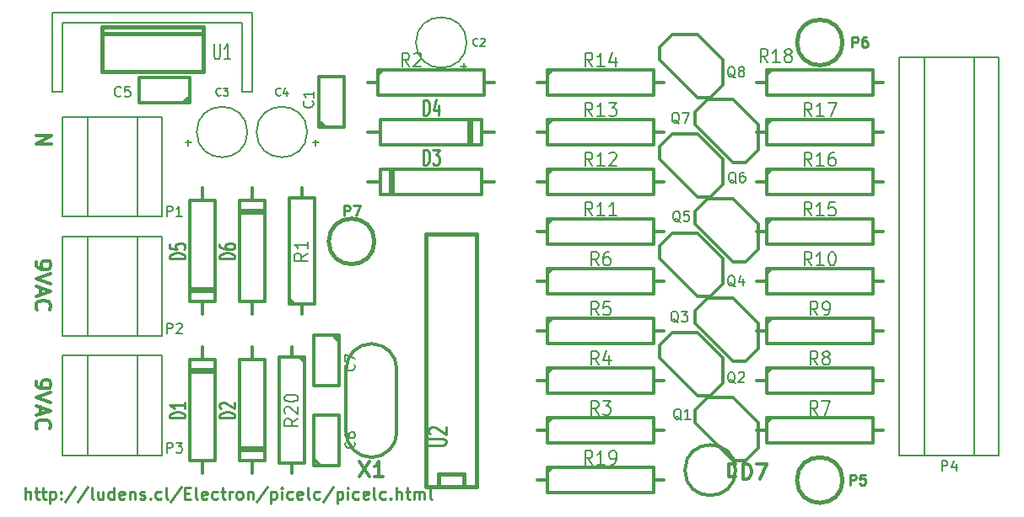
<source format=gto>
%FSLAX34Y34*%
G04 Gerber Fmt 3.4, Leading zero omitted, Abs format*
G04 (created by PCBNEW (2014-01-29 BZR 4647)-product) date 30/01/2014 22:34:09*
%MOIN*%
G01*
G70*
G90*
G04 APERTURE LIST*
%ADD10C,0.005906*%
%ADD11C,0.009843*%
%ADD12C,0.011811*%
%ADD13C,0.012000*%
%ADD14C,0.012500*%
%ADD15C,0.005000*%
%ADD16C,0.015000*%
%ADD17C,0.008000*%
%ADD18C,0.010000*%
%ADD19C,0.007500*%
%ADD20C,0.011250*%
G04 APERTURE END LIST*
G54D10*
G54D11*
X506Y416D02*
X506Y888D01*
X708Y416D02*
X708Y663D01*
X686Y708D01*
X641Y731D01*
X573Y731D01*
X528Y708D01*
X506Y686D01*
X866Y731D02*
X1046Y731D01*
X933Y888D02*
X933Y483D01*
X956Y438D01*
X1001Y416D01*
X1046Y416D01*
X1136Y731D02*
X1316Y731D01*
X1203Y888D02*
X1203Y483D01*
X1226Y438D01*
X1271Y416D01*
X1316Y416D01*
X1473Y731D02*
X1473Y258D01*
X1473Y708D02*
X1518Y731D01*
X1608Y731D01*
X1653Y708D01*
X1676Y686D01*
X1698Y641D01*
X1698Y506D01*
X1676Y461D01*
X1653Y438D01*
X1608Y416D01*
X1518Y416D01*
X1473Y438D01*
X1901Y461D02*
X1923Y438D01*
X1901Y416D01*
X1878Y438D01*
X1901Y461D01*
X1901Y416D01*
X1901Y708D02*
X1923Y686D01*
X1901Y663D01*
X1878Y686D01*
X1901Y708D01*
X1901Y663D01*
X2463Y911D02*
X2058Y303D01*
X2958Y911D02*
X2553Y303D01*
X3183Y416D02*
X3138Y438D01*
X3115Y483D01*
X3115Y888D01*
X3565Y731D02*
X3565Y416D01*
X3363Y731D02*
X3363Y483D01*
X3385Y438D01*
X3430Y416D01*
X3498Y416D01*
X3543Y438D01*
X3565Y461D01*
X3993Y416D02*
X3993Y888D01*
X3993Y438D02*
X3948Y416D01*
X3858Y416D01*
X3813Y438D01*
X3790Y461D01*
X3768Y506D01*
X3768Y641D01*
X3790Y686D01*
X3813Y708D01*
X3858Y731D01*
X3948Y731D01*
X3993Y708D01*
X4398Y438D02*
X4353Y416D01*
X4263Y416D01*
X4218Y438D01*
X4195Y483D01*
X4195Y663D01*
X4218Y708D01*
X4263Y731D01*
X4353Y731D01*
X4398Y708D01*
X4420Y663D01*
X4420Y618D01*
X4195Y573D01*
X4623Y731D02*
X4623Y416D01*
X4623Y686D02*
X4645Y708D01*
X4690Y731D01*
X4758Y731D01*
X4803Y708D01*
X4825Y663D01*
X4825Y416D01*
X5028Y438D02*
X5073Y416D01*
X5163Y416D01*
X5208Y438D01*
X5230Y483D01*
X5230Y506D01*
X5208Y551D01*
X5163Y573D01*
X5095Y573D01*
X5050Y596D01*
X5028Y641D01*
X5028Y663D01*
X5050Y708D01*
X5095Y731D01*
X5163Y731D01*
X5208Y708D01*
X5433Y461D02*
X5455Y438D01*
X5433Y416D01*
X5410Y438D01*
X5433Y461D01*
X5433Y416D01*
X5860Y438D02*
X5815Y416D01*
X5725Y416D01*
X5680Y438D01*
X5658Y461D01*
X5635Y506D01*
X5635Y641D01*
X5658Y686D01*
X5680Y708D01*
X5725Y731D01*
X5815Y731D01*
X5860Y708D01*
X6130Y416D02*
X6085Y438D01*
X6062Y483D01*
X6062Y888D01*
X6647Y911D02*
X6242Y303D01*
X6805Y663D02*
X6962Y663D01*
X7030Y416D02*
X6805Y416D01*
X6805Y888D01*
X7030Y888D01*
X7300Y416D02*
X7255Y438D01*
X7232Y483D01*
X7232Y888D01*
X7660Y438D02*
X7615Y416D01*
X7525Y416D01*
X7480Y438D01*
X7457Y483D01*
X7457Y663D01*
X7480Y708D01*
X7525Y731D01*
X7615Y731D01*
X7660Y708D01*
X7682Y663D01*
X7682Y618D01*
X7457Y573D01*
X8087Y438D02*
X8042Y416D01*
X7952Y416D01*
X7907Y438D01*
X7885Y461D01*
X7862Y506D01*
X7862Y641D01*
X7885Y686D01*
X7907Y708D01*
X7952Y731D01*
X8042Y731D01*
X8087Y708D01*
X8222Y731D02*
X8402Y731D01*
X8290Y888D02*
X8290Y483D01*
X8312Y438D01*
X8357Y416D01*
X8402Y416D01*
X8560Y416D02*
X8560Y731D01*
X8560Y641D02*
X8582Y686D01*
X8605Y708D01*
X8650Y731D01*
X8695Y731D01*
X8920Y416D02*
X8875Y438D01*
X8852Y461D01*
X8830Y506D01*
X8830Y641D01*
X8852Y686D01*
X8875Y708D01*
X8920Y731D01*
X8987Y731D01*
X9032Y708D01*
X9055Y686D01*
X9077Y641D01*
X9077Y506D01*
X9055Y461D01*
X9032Y438D01*
X8987Y416D01*
X8920Y416D01*
X9280Y731D02*
X9280Y416D01*
X9280Y686D02*
X9302Y708D01*
X9347Y731D01*
X9415Y731D01*
X9460Y708D01*
X9482Y663D01*
X9482Y416D01*
X10044Y911D02*
X9640Y303D01*
X10202Y731D02*
X10202Y258D01*
X10202Y708D02*
X10247Y731D01*
X10337Y731D01*
X10382Y708D01*
X10404Y686D01*
X10427Y641D01*
X10427Y506D01*
X10404Y461D01*
X10382Y438D01*
X10337Y416D01*
X10247Y416D01*
X10202Y438D01*
X10629Y416D02*
X10629Y731D01*
X10629Y888D02*
X10607Y866D01*
X10629Y843D01*
X10652Y866D01*
X10629Y888D01*
X10629Y843D01*
X11057Y438D02*
X11012Y416D01*
X10922Y416D01*
X10877Y438D01*
X10854Y461D01*
X10832Y506D01*
X10832Y641D01*
X10854Y686D01*
X10877Y708D01*
X10922Y731D01*
X11012Y731D01*
X11057Y708D01*
X11439Y438D02*
X11394Y416D01*
X11304Y416D01*
X11259Y438D01*
X11237Y483D01*
X11237Y663D01*
X11259Y708D01*
X11304Y731D01*
X11394Y731D01*
X11439Y708D01*
X11462Y663D01*
X11462Y618D01*
X11237Y573D01*
X11732Y416D02*
X11687Y438D01*
X11664Y483D01*
X11664Y888D01*
X12114Y438D02*
X12069Y416D01*
X11979Y416D01*
X11934Y438D01*
X11912Y461D01*
X11889Y506D01*
X11889Y641D01*
X11912Y686D01*
X11934Y708D01*
X11979Y731D01*
X12069Y731D01*
X12114Y708D01*
X12654Y911D02*
X12249Y303D01*
X12812Y731D02*
X12812Y258D01*
X12812Y708D02*
X12857Y731D01*
X12947Y731D01*
X12992Y708D01*
X13014Y686D01*
X13037Y641D01*
X13037Y506D01*
X13014Y461D01*
X12992Y438D01*
X12947Y416D01*
X12857Y416D01*
X12812Y438D01*
X13239Y416D02*
X13239Y731D01*
X13239Y888D02*
X13217Y866D01*
X13239Y843D01*
X13262Y866D01*
X13239Y888D01*
X13239Y843D01*
X13667Y438D02*
X13622Y416D01*
X13532Y416D01*
X13487Y438D01*
X13464Y461D01*
X13442Y506D01*
X13442Y641D01*
X13464Y686D01*
X13487Y708D01*
X13532Y731D01*
X13622Y731D01*
X13667Y708D01*
X14049Y438D02*
X14004Y416D01*
X13914Y416D01*
X13869Y438D01*
X13847Y483D01*
X13847Y663D01*
X13869Y708D01*
X13914Y731D01*
X14004Y731D01*
X14049Y708D01*
X14071Y663D01*
X14071Y618D01*
X13847Y573D01*
X14341Y416D02*
X14296Y438D01*
X14274Y483D01*
X14274Y888D01*
X14724Y438D02*
X14679Y416D01*
X14589Y416D01*
X14544Y438D01*
X14521Y461D01*
X14499Y506D01*
X14499Y641D01*
X14521Y686D01*
X14544Y708D01*
X14589Y731D01*
X14679Y731D01*
X14724Y708D01*
X14926Y461D02*
X14949Y438D01*
X14926Y416D01*
X14904Y438D01*
X14926Y461D01*
X14926Y416D01*
X15151Y416D02*
X15151Y888D01*
X15354Y416D02*
X15354Y663D01*
X15331Y708D01*
X15286Y731D01*
X15219Y731D01*
X15174Y708D01*
X15151Y686D01*
X15511Y731D02*
X15691Y731D01*
X15579Y888D02*
X15579Y483D01*
X15601Y438D01*
X15646Y416D01*
X15691Y416D01*
X15849Y416D02*
X15849Y731D01*
X15849Y686D02*
X15871Y708D01*
X15916Y731D01*
X15984Y731D01*
X16029Y708D01*
X16051Y663D01*
X16051Y416D01*
X16051Y663D02*
X16074Y708D01*
X16119Y731D01*
X16186Y731D01*
X16231Y708D01*
X16254Y663D01*
X16254Y416D01*
X16546Y416D02*
X16501Y438D01*
X16479Y483D01*
X16479Y888D01*
G54D12*
X913Y5087D02*
X913Y4974D01*
X942Y4918D01*
X970Y4890D01*
X1054Y4834D01*
X1167Y4805D01*
X1392Y4805D01*
X1448Y4834D01*
X1476Y4862D01*
X1504Y4918D01*
X1504Y5030D01*
X1476Y5087D01*
X1448Y5115D01*
X1392Y5143D01*
X1251Y5143D01*
X1195Y5115D01*
X1167Y5087D01*
X1138Y5030D01*
X1138Y4918D01*
X1167Y4862D01*
X1195Y4834D01*
X1251Y4805D01*
X1504Y4637D02*
X913Y4440D01*
X1504Y4243D01*
X1082Y4074D02*
X1082Y3793D01*
X913Y4131D02*
X1504Y3934D01*
X913Y3737D01*
X970Y3203D02*
X942Y3231D01*
X913Y3315D01*
X913Y3371D01*
X942Y3456D01*
X998Y3512D01*
X1054Y3540D01*
X1167Y3568D01*
X1251Y3568D01*
X1363Y3540D01*
X1420Y3512D01*
X1476Y3456D01*
X1504Y3371D01*
X1504Y3315D01*
X1476Y3231D01*
X1448Y3203D01*
X913Y9811D02*
X913Y9699D01*
X942Y9642D01*
X970Y9614D01*
X1054Y9558D01*
X1167Y9530D01*
X1392Y9530D01*
X1448Y9558D01*
X1476Y9586D01*
X1504Y9642D01*
X1504Y9755D01*
X1476Y9811D01*
X1448Y9839D01*
X1392Y9867D01*
X1251Y9867D01*
X1195Y9839D01*
X1167Y9811D01*
X1138Y9755D01*
X1138Y9642D01*
X1167Y9586D01*
X1195Y9558D01*
X1251Y9530D01*
X1504Y9361D02*
X913Y9164D01*
X1504Y8967D01*
X1082Y8799D02*
X1082Y8517D01*
X913Y8855D02*
X1504Y8658D01*
X913Y8461D01*
X970Y7927D02*
X942Y7955D01*
X913Y8039D01*
X913Y8096D01*
X942Y8180D01*
X998Y8236D01*
X1054Y8264D01*
X1167Y8293D01*
X1251Y8293D01*
X1363Y8264D01*
X1420Y8236D01*
X1476Y8180D01*
X1504Y8096D01*
X1504Y8039D01*
X1476Y7955D01*
X1448Y7927D01*
X1526Y14476D02*
X936Y14476D01*
X1526Y14814D01*
X936Y14814D01*
G54D13*
X29389Y3149D02*
X29789Y3149D01*
X34389Y3149D02*
X33989Y3149D01*
X33989Y3649D02*
X33989Y2649D01*
X33989Y2649D02*
X29789Y2649D01*
X29789Y2649D02*
X29789Y3649D01*
X29789Y3649D02*
X33989Y3649D01*
X29789Y3449D02*
X29989Y3649D01*
X20728Y1181D02*
X21128Y1181D01*
X25728Y1181D02*
X25328Y1181D01*
X25328Y1681D02*
X25328Y681D01*
X25328Y681D02*
X21128Y681D01*
X21128Y681D02*
X21128Y1681D01*
X21128Y1681D02*
X25328Y1681D01*
X21128Y1481D02*
X21328Y1681D01*
X20728Y9055D02*
X21128Y9055D01*
X25728Y9055D02*
X25328Y9055D01*
X25328Y9555D02*
X25328Y8555D01*
X25328Y8555D02*
X21128Y8555D01*
X21128Y8555D02*
X21128Y9555D01*
X21128Y9555D02*
X25328Y9555D01*
X21128Y9355D02*
X21328Y9555D01*
X14035Y16929D02*
X14435Y16929D01*
X19035Y16929D02*
X18635Y16929D01*
X18635Y17429D02*
X18635Y16429D01*
X18635Y16429D02*
X14435Y16429D01*
X14435Y16429D02*
X14435Y17429D01*
X14435Y17429D02*
X18635Y17429D01*
X14435Y17229D02*
X14635Y17429D01*
X20728Y3149D02*
X21128Y3149D01*
X25728Y3149D02*
X25328Y3149D01*
X25328Y3649D02*
X25328Y2649D01*
X25328Y2649D02*
X21128Y2649D01*
X21128Y2649D02*
X21128Y3649D01*
X21128Y3649D02*
X25328Y3649D01*
X21128Y3449D02*
X21328Y3649D01*
X29389Y7086D02*
X29789Y7086D01*
X34389Y7086D02*
X33989Y7086D01*
X33989Y7586D02*
X33989Y6586D01*
X33989Y6586D02*
X29789Y6586D01*
X29789Y6586D02*
X29789Y7586D01*
X29789Y7586D02*
X33989Y7586D01*
X29789Y7386D02*
X29989Y7586D01*
X20728Y5118D02*
X21128Y5118D01*
X25728Y5118D02*
X25328Y5118D01*
X25328Y5618D02*
X25328Y4618D01*
X25328Y4618D02*
X21128Y4618D01*
X21128Y4618D02*
X21128Y5618D01*
X21128Y5618D02*
X25328Y5618D01*
X21128Y5418D02*
X21328Y5618D01*
X29389Y5118D02*
X29789Y5118D01*
X34389Y5118D02*
X33989Y5118D01*
X33989Y5618D02*
X33989Y4618D01*
X33989Y4618D02*
X29789Y4618D01*
X29789Y4618D02*
X29789Y5618D01*
X29789Y5618D02*
X33989Y5618D01*
X29789Y5418D02*
X29989Y5618D01*
X20728Y7086D02*
X21128Y7086D01*
X25728Y7086D02*
X25328Y7086D01*
X25328Y7586D02*
X25328Y6586D01*
X25328Y6586D02*
X21128Y6586D01*
X21128Y6586D02*
X21128Y7586D01*
X21128Y7586D02*
X25328Y7586D01*
X21128Y7386D02*
X21328Y7586D01*
X29389Y9055D02*
X29789Y9055D01*
X34389Y9055D02*
X33989Y9055D01*
X33989Y9555D02*
X33989Y8555D01*
X33989Y8555D02*
X29789Y8555D01*
X29789Y8555D02*
X29789Y9555D01*
X29789Y9555D02*
X33989Y9555D01*
X29789Y9355D02*
X29989Y9555D01*
X20728Y11023D02*
X21128Y11023D01*
X25728Y11023D02*
X25328Y11023D01*
X25328Y11523D02*
X25328Y10523D01*
X25328Y10523D02*
X21128Y10523D01*
X21128Y10523D02*
X21128Y11523D01*
X21128Y11523D02*
X25328Y11523D01*
X21128Y11323D02*
X21328Y11523D01*
X29389Y11023D02*
X29789Y11023D01*
X34389Y11023D02*
X33989Y11023D01*
X33989Y11523D02*
X33989Y10523D01*
X33989Y10523D02*
X29789Y10523D01*
X29789Y10523D02*
X29789Y11523D01*
X29789Y11523D02*
X33989Y11523D01*
X29789Y11323D02*
X29989Y11523D01*
X11417Y7736D02*
X11417Y8136D01*
X11417Y12736D02*
X11417Y12336D01*
X10917Y12336D02*
X11917Y12336D01*
X11917Y12336D02*
X11917Y8136D01*
X11917Y8136D02*
X10917Y8136D01*
X10917Y8136D02*
X10917Y12336D01*
X11117Y8136D02*
X10917Y8336D01*
X20728Y12992D02*
X21128Y12992D01*
X25728Y12992D02*
X25328Y12992D01*
X25328Y13492D02*
X25328Y12492D01*
X25328Y12492D02*
X21128Y12492D01*
X21128Y12492D02*
X21128Y13492D01*
X21128Y13492D02*
X25328Y13492D01*
X21128Y13292D02*
X21328Y13492D01*
X29389Y12992D02*
X29789Y12992D01*
X34389Y12992D02*
X33989Y12992D01*
X33989Y13492D02*
X33989Y12492D01*
X33989Y12492D02*
X29789Y12492D01*
X29789Y12492D02*
X29789Y13492D01*
X29789Y13492D02*
X33989Y13492D01*
X29789Y13292D02*
X29989Y13492D01*
X20728Y14960D02*
X21128Y14960D01*
X25728Y14960D02*
X25328Y14960D01*
X25328Y15460D02*
X25328Y14460D01*
X25328Y14460D02*
X21128Y14460D01*
X21128Y14460D02*
X21128Y15460D01*
X21128Y15460D02*
X25328Y15460D01*
X21128Y15260D02*
X21328Y15460D01*
X29389Y14960D02*
X29789Y14960D01*
X34389Y14960D02*
X33989Y14960D01*
X33989Y15460D02*
X33989Y14460D01*
X33989Y14460D02*
X29789Y14460D01*
X29789Y14460D02*
X29789Y15460D01*
X29789Y15460D02*
X33989Y15460D01*
X29789Y15260D02*
X29989Y15460D01*
X20728Y16929D02*
X21128Y16929D01*
X25728Y16929D02*
X25328Y16929D01*
X25328Y17429D02*
X25328Y16429D01*
X25328Y16429D02*
X21128Y16429D01*
X21128Y16429D02*
X21128Y17429D01*
X21128Y17429D02*
X25328Y17429D01*
X21128Y17229D02*
X21328Y17429D01*
X29389Y16929D02*
X29789Y16929D01*
X34389Y16929D02*
X33989Y16929D01*
X33989Y17429D02*
X33989Y16429D01*
X33989Y16429D02*
X29789Y16429D01*
X29789Y16429D02*
X29789Y17429D01*
X29789Y17429D02*
X33989Y17429D01*
X29789Y17229D02*
X29989Y17429D01*
X28559Y1574D02*
G75*
G03X28559Y1574I-1000J0D01*
G74*
G01*
X28559Y1824D02*
X28309Y1824D01*
X28309Y1824D02*
X28309Y1324D01*
X28309Y1324D02*
X28559Y1324D01*
G54D14*
X13173Y5580D02*
X13173Y3080D01*
X15173Y5580D02*
X15173Y3080D01*
X14173Y2080D02*
G75*
G03X15173Y3080I0J1000D01*
G74*
G01*
X13173Y3080D02*
G75*
G03X14173Y2080I1000J0D01*
G74*
G01*
X15173Y5580D02*
G75*
G03X14173Y6580I-1000J0D01*
G74*
G01*
X14173Y6580D02*
G75*
G03X13173Y5580I0J-1000D01*
G74*
G01*
G54D13*
X7480Y6437D02*
X7480Y5937D01*
X7480Y5937D02*
X6980Y5937D01*
X6980Y5937D02*
X6980Y1937D01*
X6980Y1937D02*
X7480Y1937D01*
X7480Y1937D02*
X7480Y1437D01*
X7480Y1937D02*
X7980Y1937D01*
X7980Y1937D02*
X7980Y5937D01*
X7980Y5937D02*
X7480Y5937D01*
X6980Y5437D02*
X7980Y5437D01*
X6980Y5537D02*
X7980Y5537D01*
X19035Y14960D02*
X18535Y14960D01*
X18535Y14960D02*
X18535Y15460D01*
X18535Y15460D02*
X14535Y15460D01*
X14535Y15460D02*
X14535Y14960D01*
X14535Y14960D02*
X14035Y14960D01*
X14535Y14960D02*
X14535Y14460D01*
X14535Y14460D02*
X18535Y14460D01*
X18535Y14460D02*
X18535Y14960D01*
X18035Y15460D02*
X18035Y14460D01*
X18135Y15460D02*
X18135Y14460D01*
X14035Y12992D02*
X14535Y12992D01*
X14535Y12992D02*
X14535Y12492D01*
X14535Y12492D02*
X18535Y12492D01*
X18535Y12492D02*
X18535Y12992D01*
X18535Y12992D02*
X19035Y12992D01*
X18535Y12992D02*
X18535Y13492D01*
X18535Y13492D02*
X14535Y13492D01*
X14535Y13492D02*
X14535Y12992D01*
X15035Y12492D02*
X15035Y13492D01*
X14935Y12492D02*
X14935Y13492D01*
X9448Y12736D02*
X9448Y12236D01*
X9448Y12236D02*
X8948Y12236D01*
X8948Y12236D02*
X8948Y8236D01*
X8948Y8236D02*
X9448Y8236D01*
X9448Y8236D02*
X9448Y7736D01*
X9448Y8236D02*
X9948Y8236D01*
X9948Y8236D02*
X9948Y12236D01*
X9948Y12236D02*
X9448Y12236D01*
X8948Y11736D02*
X9948Y11736D01*
X8948Y11836D02*
X9948Y11836D01*
X7480Y7736D02*
X7480Y8236D01*
X7480Y8236D02*
X7980Y8236D01*
X7980Y8236D02*
X7980Y12236D01*
X7980Y12236D02*
X7480Y12236D01*
X7480Y12236D02*
X7480Y12736D01*
X7480Y12236D02*
X6980Y12236D01*
X6980Y12236D02*
X6980Y8236D01*
X6980Y8236D02*
X7480Y8236D01*
X7980Y8736D02*
X6980Y8736D01*
X7980Y8636D02*
X6980Y8636D01*
X9448Y1437D02*
X9448Y1937D01*
X9448Y1937D02*
X9948Y1937D01*
X9948Y1937D02*
X9948Y5937D01*
X9948Y5937D02*
X9448Y5937D01*
X9448Y5937D02*
X9448Y6437D01*
X9448Y5937D02*
X8948Y5937D01*
X8948Y5937D02*
X8948Y1937D01*
X8948Y1937D02*
X9448Y1937D01*
X9948Y2437D02*
X8948Y2437D01*
X9948Y2337D02*
X8948Y2337D01*
G54D15*
X17930Y18503D02*
G75*
G03X17930Y18503I-1001J0D01*
G74*
G01*
X11631Y14960D02*
G75*
G03X11631Y14960I-1001J0D01*
G74*
G01*
X9268Y14960D02*
G75*
G03X9268Y14960I-1001J0D01*
G74*
G01*
G54D13*
X12901Y6885D02*
X12901Y4905D01*
X12901Y4905D02*
X11901Y4905D01*
X11901Y4905D02*
X11901Y6905D01*
X11901Y6905D02*
X12901Y6905D01*
X12651Y6905D02*
X12901Y6655D01*
X11901Y1775D02*
X11901Y3755D01*
X11901Y3755D02*
X12901Y3755D01*
X12901Y3755D02*
X12901Y1755D01*
X12901Y1755D02*
X11901Y1755D01*
X12151Y1755D02*
X11901Y2005D01*
X12098Y15161D02*
X12098Y17141D01*
X12098Y17141D02*
X13098Y17141D01*
X13098Y17141D02*
X13098Y15141D01*
X13098Y15141D02*
X12098Y15141D01*
X12348Y15141D02*
X12098Y15391D01*
X6964Y16114D02*
X4984Y16114D01*
X4984Y16114D02*
X4984Y17114D01*
X4984Y17114D02*
X6984Y17114D01*
X6984Y17114D02*
X6984Y16114D01*
X6984Y16364D02*
X6734Y16114D01*
G54D10*
X38976Y2165D02*
X35039Y2165D01*
X35039Y2165D02*
X35039Y17913D01*
X35039Y17913D02*
X38976Y17913D01*
X38976Y17913D02*
X38976Y2165D01*
X37992Y2165D02*
X36023Y2165D01*
X36023Y2165D02*
X36023Y17913D01*
X36023Y17913D02*
X37992Y17913D01*
X37992Y17913D02*
X37992Y2165D01*
X5905Y11614D02*
X5905Y15551D01*
X5905Y15551D02*
X1968Y15551D01*
X1968Y15551D02*
X1968Y11614D01*
X1968Y11614D02*
X2952Y11614D01*
X2952Y11614D02*
X2952Y15551D01*
X2952Y15551D02*
X4921Y15551D01*
X4921Y15551D02*
X4921Y11614D01*
X5905Y11614D02*
X1968Y11614D01*
X4921Y11614D02*
X2952Y11614D01*
X5905Y2165D02*
X5905Y6102D01*
X5905Y6102D02*
X1968Y6102D01*
X1968Y6102D02*
X1968Y2165D01*
X1968Y2165D02*
X2952Y2165D01*
X2952Y2165D02*
X2952Y6102D01*
X2952Y6102D02*
X4921Y6102D01*
X4921Y6102D02*
X4921Y2165D01*
X5905Y2165D02*
X1968Y2165D01*
X4921Y2165D02*
X2952Y2165D01*
X5905Y6889D02*
X5905Y10826D01*
X5905Y10826D02*
X1968Y10826D01*
X1968Y10826D02*
X1968Y6889D01*
X1968Y6889D02*
X2952Y6889D01*
X2952Y6889D02*
X2952Y10826D01*
X2952Y10826D02*
X4921Y10826D01*
X4921Y10826D02*
X4921Y6889D01*
X5905Y6889D02*
X1968Y6889D01*
X4921Y6889D02*
X2952Y6889D01*
X1968Y16535D02*
X1574Y16535D01*
X1574Y16535D02*
X1574Y16929D01*
X1574Y19685D02*
X1574Y16535D01*
X1574Y19685D02*
X9448Y19685D01*
X9448Y19685D02*
X9448Y16535D01*
X9448Y16535D02*
X9055Y16535D01*
X9055Y16535D02*
X9055Y19291D01*
X9055Y19291D02*
X1968Y19291D01*
X1968Y19291D02*
X1968Y16535D01*
G54D16*
X3511Y18860D02*
X3511Y19110D01*
X3511Y19110D02*
X7511Y19110D01*
X7511Y19110D02*
X7511Y18860D01*
X3511Y17360D02*
X3511Y18860D01*
X3511Y18860D02*
X7511Y18860D01*
X7511Y18860D02*
X7511Y17360D01*
X7511Y17360D02*
X3511Y17360D01*
X16822Y905D02*
X16822Y1405D01*
X16822Y1405D02*
X17822Y1405D01*
X17822Y1405D02*
X17822Y905D01*
X16322Y905D02*
X16322Y10905D01*
X16322Y10905D02*
X18322Y10905D01*
X18322Y10905D02*
X18322Y905D01*
X18322Y905D02*
X16322Y905D01*
X32789Y1181D02*
G75*
G03X32789Y1181I-900J0D01*
G74*
G01*
X32789Y18503D02*
G75*
G03X32789Y18503I-900J0D01*
G74*
G01*
X14285Y10629D02*
G75*
G03X14285Y10629I-900J0D01*
G74*
G01*
G54D13*
X11023Y6437D02*
X11023Y6037D01*
X11023Y1437D02*
X11023Y1837D01*
X11523Y1837D02*
X10523Y1837D01*
X10523Y1837D02*
X10523Y6037D01*
X10523Y6037D02*
X11523Y6037D01*
X11523Y6037D02*
X11523Y1837D01*
X11323Y6037D02*
X11523Y5837D01*
X26952Y7389D02*
X28452Y5889D01*
X28452Y5889D02*
X28952Y5889D01*
X28952Y5889D02*
X29452Y6389D01*
X29452Y6389D02*
X29452Y7389D01*
X29452Y7389D02*
X28452Y8389D01*
X28452Y8389D02*
X27452Y8389D01*
X27452Y8389D02*
X26952Y7889D01*
X26952Y7889D02*
X26952Y7389D01*
X25574Y17822D02*
X27074Y16322D01*
X27074Y16322D02*
X27574Y16322D01*
X27574Y16322D02*
X28074Y16822D01*
X28074Y16822D02*
X28074Y17822D01*
X28074Y17822D02*
X27074Y18822D01*
X27074Y18822D02*
X26074Y18822D01*
X26074Y18822D02*
X25574Y18322D01*
X25574Y18322D02*
X25574Y17822D01*
X26952Y11326D02*
X28452Y9826D01*
X28452Y9826D02*
X28952Y9826D01*
X28952Y9826D02*
X29452Y10326D01*
X29452Y10326D02*
X29452Y11326D01*
X29452Y11326D02*
X28452Y12326D01*
X28452Y12326D02*
X27452Y12326D01*
X27452Y12326D02*
X26952Y11826D01*
X26952Y11826D02*
X26952Y11326D01*
X26952Y15263D02*
X28452Y13763D01*
X28452Y13763D02*
X28952Y13763D01*
X28952Y13763D02*
X29452Y14263D01*
X29452Y14263D02*
X29452Y15263D01*
X29452Y15263D02*
X28452Y16263D01*
X28452Y16263D02*
X27452Y16263D01*
X27452Y16263D02*
X26952Y15763D01*
X26952Y15763D02*
X26952Y15263D01*
X25574Y6011D02*
X27074Y4511D01*
X27074Y4511D02*
X27574Y4511D01*
X27574Y4511D02*
X28074Y5011D01*
X28074Y5011D02*
X28074Y6011D01*
X28074Y6011D02*
X27074Y7011D01*
X27074Y7011D02*
X26074Y7011D01*
X26074Y7011D02*
X25574Y6511D01*
X25574Y6511D02*
X25574Y6011D01*
X25574Y9948D02*
X27074Y8448D01*
X27074Y8448D02*
X27574Y8448D01*
X27574Y8448D02*
X28074Y8948D01*
X28074Y8948D02*
X28074Y9948D01*
X28074Y9948D02*
X27074Y10948D01*
X27074Y10948D02*
X26074Y10948D01*
X26074Y10948D02*
X25574Y10448D01*
X25574Y10448D02*
X25574Y9948D01*
X25574Y13885D02*
X27074Y12385D01*
X27074Y12385D02*
X27574Y12385D01*
X27574Y12385D02*
X28074Y12885D01*
X28074Y12885D02*
X28074Y13885D01*
X28074Y13885D02*
X27074Y14885D01*
X27074Y14885D02*
X26074Y14885D01*
X26074Y14885D02*
X25574Y14385D01*
X25574Y14385D02*
X25574Y13885D01*
X26952Y3452D02*
X28452Y1952D01*
X28452Y1952D02*
X28952Y1952D01*
X28952Y1952D02*
X29452Y2452D01*
X29452Y2452D02*
X29452Y3452D01*
X29452Y3452D02*
X28452Y4452D01*
X28452Y4452D02*
X27452Y4452D01*
X27452Y4452D02*
X26952Y3952D01*
X26952Y3952D02*
X26952Y3452D01*
G54D17*
X31806Y3766D02*
X31639Y4028D01*
X31520Y3766D02*
X31520Y4316D01*
X31711Y4316D01*
X31758Y4290D01*
X31782Y4264D01*
X31806Y4212D01*
X31806Y4133D01*
X31782Y4081D01*
X31758Y4055D01*
X31711Y4028D01*
X31520Y4028D01*
X31973Y4316D02*
X32306Y4316D01*
X32092Y3766D01*
X22906Y1798D02*
X22740Y2060D01*
X22621Y1798D02*
X22621Y2348D01*
X22811Y2348D01*
X22859Y2322D01*
X22883Y2296D01*
X22906Y2243D01*
X22906Y2165D01*
X22883Y2112D01*
X22859Y2086D01*
X22811Y2060D01*
X22621Y2060D01*
X23383Y1798D02*
X23097Y1798D01*
X23240Y1798D02*
X23240Y2348D01*
X23192Y2269D01*
X23145Y2217D01*
X23097Y2191D01*
X23621Y1798D02*
X23716Y1798D01*
X23764Y1824D01*
X23787Y1850D01*
X23835Y1929D01*
X23859Y2034D01*
X23859Y2243D01*
X23835Y2296D01*
X23811Y2322D01*
X23764Y2348D01*
X23668Y2348D01*
X23621Y2322D01*
X23597Y2296D01*
X23573Y2243D01*
X23573Y2112D01*
X23597Y2060D01*
X23621Y2034D01*
X23668Y2007D01*
X23764Y2007D01*
X23811Y2034D01*
X23835Y2060D01*
X23859Y2112D01*
X23145Y9672D02*
X22978Y9934D01*
X22859Y9672D02*
X22859Y10222D01*
X23049Y10222D01*
X23097Y10196D01*
X23121Y10170D01*
X23145Y10117D01*
X23145Y10039D01*
X23121Y9986D01*
X23097Y9960D01*
X23049Y9934D01*
X22859Y9934D01*
X23573Y10222D02*
X23478Y10222D01*
X23430Y10196D01*
X23406Y10170D01*
X23359Y10091D01*
X23335Y9986D01*
X23335Y9777D01*
X23359Y9724D01*
X23383Y9698D01*
X23430Y9672D01*
X23525Y9672D01*
X23573Y9698D01*
X23597Y9724D01*
X23621Y9777D01*
X23621Y9908D01*
X23597Y9960D01*
X23573Y9986D01*
X23525Y10012D01*
X23430Y10012D01*
X23383Y9986D01*
X23359Y9960D01*
X23335Y9908D01*
X15664Y17546D02*
X15498Y17808D01*
X15378Y17546D02*
X15378Y18096D01*
X15569Y18096D01*
X15617Y18070D01*
X15640Y18044D01*
X15664Y17991D01*
X15664Y17913D01*
X15640Y17860D01*
X15617Y17834D01*
X15569Y17808D01*
X15378Y17808D01*
X15855Y18044D02*
X15878Y18070D01*
X15926Y18096D01*
X16045Y18096D01*
X16093Y18070D01*
X16117Y18044D01*
X16140Y17991D01*
X16140Y17939D01*
X16117Y17860D01*
X15831Y17546D01*
X16140Y17546D01*
X23145Y3766D02*
X22978Y4028D01*
X22859Y3766D02*
X22859Y4316D01*
X23049Y4316D01*
X23097Y4290D01*
X23121Y4264D01*
X23145Y4212D01*
X23145Y4133D01*
X23121Y4081D01*
X23097Y4055D01*
X23049Y4028D01*
X22859Y4028D01*
X23311Y4316D02*
X23621Y4316D01*
X23454Y4107D01*
X23525Y4107D01*
X23573Y4081D01*
X23597Y4055D01*
X23621Y4002D01*
X23621Y3871D01*
X23597Y3819D01*
X23573Y3793D01*
X23525Y3766D01*
X23383Y3766D01*
X23335Y3793D01*
X23311Y3819D01*
X31806Y7703D02*
X31639Y7965D01*
X31520Y7703D02*
X31520Y8253D01*
X31711Y8253D01*
X31758Y8227D01*
X31782Y8201D01*
X31806Y8149D01*
X31806Y8070D01*
X31782Y8018D01*
X31758Y7992D01*
X31711Y7965D01*
X31520Y7965D01*
X32044Y7703D02*
X32139Y7703D01*
X32187Y7730D01*
X32211Y7756D01*
X32258Y7834D01*
X32282Y7939D01*
X32282Y8149D01*
X32258Y8201D01*
X32235Y8227D01*
X32187Y8253D01*
X32092Y8253D01*
X32044Y8227D01*
X32020Y8201D01*
X31996Y8149D01*
X31996Y8018D01*
X32020Y7965D01*
X32044Y7939D01*
X32092Y7913D01*
X32187Y7913D01*
X32235Y7939D01*
X32258Y7965D01*
X32282Y8018D01*
X23145Y5735D02*
X22978Y5997D01*
X22859Y5735D02*
X22859Y6285D01*
X23049Y6285D01*
X23097Y6259D01*
X23121Y6233D01*
X23145Y6180D01*
X23145Y6102D01*
X23121Y6049D01*
X23097Y6023D01*
X23049Y5997D01*
X22859Y5997D01*
X23573Y6102D02*
X23573Y5735D01*
X23454Y6311D02*
X23335Y5918D01*
X23645Y5918D01*
X31806Y5735D02*
X31639Y5997D01*
X31520Y5735D02*
X31520Y6285D01*
X31711Y6285D01*
X31758Y6259D01*
X31782Y6233D01*
X31806Y6180D01*
X31806Y6102D01*
X31782Y6049D01*
X31758Y6023D01*
X31711Y5997D01*
X31520Y5997D01*
X32092Y6049D02*
X32044Y6075D01*
X32020Y6102D01*
X31996Y6154D01*
X31996Y6180D01*
X32020Y6233D01*
X32044Y6259D01*
X32092Y6285D01*
X32187Y6285D01*
X32235Y6259D01*
X32258Y6233D01*
X32282Y6180D01*
X32282Y6154D01*
X32258Y6102D01*
X32235Y6075D01*
X32187Y6049D01*
X32092Y6049D01*
X32044Y6023D01*
X32020Y5997D01*
X31996Y5944D01*
X31996Y5840D01*
X32020Y5787D01*
X32044Y5761D01*
X32092Y5735D01*
X32187Y5735D01*
X32235Y5761D01*
X32258Y5787D01*
X32282Y5840D01*
X32282Y5944D01*
X32258Y5997D01*
X32235Y6023D01*
X32187Y6049D01*
X23145Y7703D02*
X22978Y7965D01*
X22859Y7703D02*
X22859Y8253D01*
X23049Y8253D01*
X23097Y8227D01*
X23121Y8201D01*
X23145Y8149D01*
X23145Y8070D01*
X23121Y8018D01*
X23097Y7992D01*
X23049Y7965D01*
X22859Y7965D01*
X23597Y8253D02*
X23359Y8253D01*
X23335Y7992D01*
X23359Y8018D01*
X23406Y8044D01*
X23525Y8044D01*
X23573Y8018D01*
X23597Y7992D01*
X23621Y7939D01*
X23621Y7808D01*
X23597Y7756D01*
X23573Y7730D01*
X23525Y7703D01*
X23406Y7703D01*
X23359Y7730D01*
X23335Y7756D01*
X31568Y9672D02*
X31401Y9934D01*
X31282Y9672D02*
X31282Y10222D01*
X31473Y10222D01*
X31520Y10196D01*
X31544Y10170D01*
X31568Y10117D01*
X31568Y10039D01*
X31544Y9986D01*
X31520Y9960D01*
X31473Y9934D01*
X31282Y9934D01*
X32044Y9672D02*
X31758Y9672D01*
X31901Y9672D02*
X31901Y10222D01*
X31854Y10143D01*
X31806Y10091D01*
X31758Y10065D01*
X32354Y10222D02*
X32401Y10222D01*
X32449Y10196D01*
X32473Y10170D01*
X32496Y10117D01*
X32520Y10012D01*
X32520Y9881D01*
X32496Y9777D01*
X32473Y9724D01*
X32449Y9698D01*
X32401Y9672D01*
X32354Y9672D01*
X32306Y9698D01*
X32282Y9724D01*
X32258Y9777D01*
X32235Y9881D01*
X32235Y10012D01*
X32258Y10117D01*
X32282Y10170D01*
X32306Y10196D01*
X32354Y10222D01*
X22906Y11640D02*
X22740Y11902D01*
X22621Y11640D02*
X22621Y12190D01*
X22811Y12190D01*
X22859Y12164D01*
X22883Y12138D01*
X22906Y12086D01*
X22906Y12007D01*
X22883Y11955D01*
X22859Y11929D01*
X22811Y11902D01*
X22621Y11902D01*
X23383Y11640D02*
X23097Y11640D01*
X23240Y11640D02*
X23240Y12190D01*
X23192Y12112D01*
X23145Y12060D01*
X23097Y12033D01*
X23859Y11640D02*
X23573Y11640D01*
X23716Y11640D02*
X23716Y12190D01*
X23668Y12112D01*
X23621Y12060D01*
X23573Y12033D01*
X31568Y11640D02*
X31401Y11902D01*
X31282Y11640D02*
X31282Y12190D01*
X31473Y12190D01*
X31520Y12164D01*
X31544Y12138D01*
X31568Y12086D01*
X31568Y12007D01*
X31544Y11955D01*
X31520Y11929D01*
X31473Y11902D01*
X31282Y11902D01*
X32044Y11640D02*
X31758Y11640D01*
X31901Y11640D02*
X31901Y12190D01*
X31854Y12112D01*
X31806Y12060D01*
X31758Y12033D01*
X32496Y12190D02*
X32258Y12190D01*
X32235Y11929D01*
X32258Y11955D01*
X32306Y11981D01*
X32425Y11981D01*
X32473Y11955D01*
X32496Y11929D01*
X32520Y11876D01*
X32520Y11745D01*
X32496Y11693D01*
X32473Y11667D01*
X32425Y11640D01*
X32306Y11640D01*
X32258Y11667D01*
X32235Y11693D01*
X11666Y10152D02*
X11404Y9986D01*
X11666Y9867D02*
X11116Y9867D01*
X11116Y10057D01*
X11142Y10105D01*
X11168Y10129D01*
X11220Y10152D01*
X11299Y10152D01*
X11351Y10129D01*
X11378Y10105D01*
X11404Y10057D01*
X11404Y9867D01*
X11666Y10629D02*
X11666Y10343D01*
X11666Y10486D02*
X11116Y10486D01*
X11194Y10438D01*
X11247Y10390D01*
X11273Y10343D01*
X22906Y13609D02*
X22740Y13871D01*
X22621Y13609D02*
X22621Y14159D01*
X22811Y14159D01*
X22859Y14133D01*
X22883Y14107D01*
X22906Y14054D01*
X22906Y13976D01*
X22883Y13923D01*
X22859Y13897D01*
X22811Y13871D01*
X22621Y13871D01*
X23383Y13609D02*
X23097Y13609D01*
X23240Y13609D02*
X23240Y14159D01*
X23192Y14080D01*
X23145Y14028D01*
X23097Y14002D01*
X23573Y14107D02*
X23597Y14133D01*
X23645Y14159D01*
X23764Y14159D01*
X23811Y14133D01*
X23835Y14107D01*
X23859Y14054D01*
X23859Y14002D01*
X23835Y13923D01*
X23549Y13609D01*
X23859Y13609D01*
X31568Y13609D02*
X31401Y13871D01*
X31282Y13609D02*
X31282Y14159D01*
X31473Y14159D01*
X31520Y14133D01*
X31544Y14107D01*
X31568Y14054D01*
X31568Y13976D01*
X31544Y13923D01*
X31520Y13897D01*
X31473Y13871D01*
X31282Y13871D01*
X32044Y13609D02*
X31758Y13609D01*
X31901Y13609D02*
X31901Y14159D01*
X31854Y14080D01*
X31806Y14028D01*
X31758Y14002D01*
X32473Y14159D02*
X32377Y14159D01*
X32330Y14133D01*
X32306Y14107D01*
X32258Y14028D01*
X32235Y13923D01*
X32235Y13714D01*
X32258Y13661D01*
X32282Y13635D01*
X32330Y13609D01*
X32425Y13609D01*
X32473Y13635D01*
X32496Y13661D01*
X32520Y13714D01*
X32520Y13845D01*
X32496Y13897D01*
X32473Y13923D01*
X32425Y13949D01*
X32330Y13949D01*
X32282Y13923D01*
X32258Y13897D01*
X32235Y13845D01*
X22906Y15577D02*
X22740Y15839D01*
X22621Y15577D02*
X22621Y16127D01*
X22811Y16127D01*
X22859Y16101D01*
X22883Y16075D01*
X22906Y16023D01*
X22906Y15944D01*
X22883Y15892D01*
X22859Y15866D01*
X22811Y15839D01*
X22621Y15839D01*
X23383Y15577D02*
X23097Y15577D01*
X23240Y15577D02*
X23240Y16127D01*
X23192Y16049D01*
X23145Y15997D01*
X23097Y15970D01*
X23549Y16127D02*
X23859Y16127D01*
X23692Y15918D01*
X23764Y15918D01*
X23811Y15892D01*
X23835Y15866D01*
X23859Y15813D01*
X23859Y15682D01*
X23835Y15630D01*
X23811Y15604D01*
X23764Y15577D01*
X23621Y15577D01*
X23573Y15604D01*
X23549Y15630D01*
X31568Y15577D02*
X31401Y15839D01*
X31282Y15577D02*
X31282Y16127D01*
X31473Y16127D01*
X31520Y16101D01*
X31544Y16075D01*
X31568Y16023D01*
X31568Y15944D01*
X31544Y15892D01*
X31520Y15866D01*
X31473Y15839D01*
X31282Y15839D01*
X32044Y15577D02*
X31758Y15577D01*
X31901Y15577D02*
X31901Y16127D01*
X31854Y16049D01*
X31806Y15997D01*
X31758Y15970D01*
X32211Y16127D02*
X32544Y16127D01*
X32330Y15577D01*
X22906Y17546D02*
X22740Y17808D01*
X22621Y17546D02*
X22621Y18096D01*
X22811Y18096D01*
X22859Y18070D01*
X22883Y18044D01*
X22906Y17991D01*
X22906Y17913D01*
X22883Y17860D01*
X22859Y17834D01*
X22811Y17808D01*
X22621Y17808D01*
X23383Y17546D02*
X23097Y17546D01*
X23240Y17546D02*
X23240Y18096D01*
X23192Y18017D01*
X23145Y17965D01*
X23097Y17939D01*
X23811Y17913D02*
X23811Y17546D01*
X23692Y18122D02*
X23573Y17729D01*
X23883Y17729D01*
X29836Y17703D02*
X29669Y17965D01*
X29550Y17703D02*
X29550Y18253D01*
X29740Y18253D01*
X29788Y18227D01*
X29812Y18201D01*
X29836Y18149D01*
X29836Y18070D01*
X29812Y18018D01*
X29788Y17992D01*
X29740Y17965D01*
X29550Y17965D01*
X30312Y17703D02*
X30026Y17703D01*
X30169Y17703D02*
X30169Y18253D01*
X30121Y18175D01*
X30074Y18122D01*
X30026Y18096D01*
X30597Y18018D02*
X30550Y18044D01*
X30526Y18070D01*
X30502Y18122D01*
X30502Y18149D01*
X30526Y18201D01*
X30550Y18227D01*
X30597Y18253D01*
X30693Y18253D01*
X30740Y18227D01*
X30764Y18201D01*
X30788Y18149D01*
X30788Y18122D01*
X30764Y18070D01*
X30740Y18044D01*
X30693Y18018D01*
X30597Y18018D01*
X30550Y17992D01*
X30526Y17965D01*
X30502Y17913D01*
X30502Y17808D01*
X30526Y17756D01*
X30550Y17730D01*
X30597Y17703D01*
X30693Y17703D01*
X30740Y17730D01*
X30764Y17756D01*
X30788Y17808D01*
X30788Y17913D01*
X30764Y17965D01*
X30740Y17992D01*
X30693Y18018D01*
G54D13*
X28848Y1224D02*
X28848Y1824D01*
X28991Y1824D01*
X29077Y1796D01*
X29134Y1738D01*
X29162Y1681D01*
X29191Y1567D01*
X29191Y1481D01*
X29162Y1367D01*
X29134Y1310D01*
X29077Y1253D01*
X28991Y1224D01*
X28848Y1224D01*
X29391Y1824D02*
X29791Y1824D01*
X29534Y1224D01*
X13687Y1903D02*
X14087Y1303D01*
X14087Y1903D02*
X13687Y1303D01*
X14630Y1303D02*
X14287Y1303D01*
X14458Y1303D02*
X14458Y1903D01*
X14401Y1817D01*
X14344Y1760D01*
X14287Y1731D01*
G54D18*
X6806Y3641D02*
X6206Y3641D01*
X6206Y3737D01*
X6235Y3794D01*
X6292Y3832D01*
X6349Y3851D01*
X6464Y3870D01*
X6549Y3870D01*
X6664Y3851D01*
X6721Y3832D01*
X6778Y3794D01*
X6806Y3737D01*
X6806Y3641D01*
X6806Y4251D02*
X6806Y4022D01*
X6806Y4137D02*
X6206Y4137D01*
X6292Y4098D01*
X6349Y4060D01*
X6378Y4022D01*
G54D13*
G54D18*
X16240Y15634D02*
X16240Y16234D01*
X16335Y16234D01*
X16392Y16205D01*
X16430Y16148D01*
X16449Y16091D01*
X16468Y15976D01*
X16468Y15891D01*
X16449Y15776D01*
X16430Y15719D01*
X16392Y15662D01*
X16335Y15634D01*
X16240Y15634D01*
X16811Y16034D02*
X16811Y15634D01*
X16716Y16262D02*
X16621Y15834D01*
X16868Y15834D01*
G54D13*
G54D18*
X16240Y13665D02*
X16240Y14265D01*
X16335Y14265D01*
X16392Y14237D01*
X16430Y14179D01*
X16449Y14122D01*
X16468Y14008D01*
X16468Y13922D01*
X16449Y13808D01*
X16430Y13751D01*
X16392Y13694D01*
X16335Y13665D01*
X16240Y13665D01*
X16602Y14265D02*
X16849Y14265D01*
X16716Y14037D01*
X16773Y14037D01*
X16811Y14008D01*
X16830Y13979D01*
X16849Y13922D01*
X16849Y13779D01*
X16830Y13722D01*
X16811Y13694D01*
X16773Y13665D01*
X16659Y13665D01*
X16621Y13694D01*
X16602Y13722D01*
G54D13*
G54D18*
X8775Y9940D02*
X8175Y9940D01*
X8175Y10036D01*
X8203Y10093D01*
X8261Y10131D01*
X8318Y10150D01*
X8432Y10169D01*
X8518Y10169D01*
X8632Y10150D01*
X8689Y10131D01*
X8746Y10093D01*
X8775Y10036D01*
X8775Y9940D01*
X8175Y10512D02*
X8175Y10436D01*
X8203Y10398D01*
X8232Y10379D01*
X8318Y10340D01*
X8432Y10321D01*
X8661Y10321D01*
X8718Y10340D01*
X8746Y10360D01*
X8775Y10398D01*
X8775Y10474D01*
X8746Y10512D01*
X8718Y10531D01*
X8661Y10550D01*
X8518Y10550D01*
X8461Y10531D01*
X8432Y10512D01*
X8403Y10474D01*
X8403Y10398D01*
X8432Y10360D01*
X8461Y10340D01*
X8518Y10321D01*
G54D13*
G54D18*
X6806Y9940D02*
X6206Y9940D01*
X6206Y10036D01*
X6235Y10093D01*
X6292Y10131D01*
X6349Y10150D01*
X6464Y10169D01*
X6549Y10169D01*
X6664Y10150D01*
X6721Y10131D01*
X6778Y10093D01*
X6806Y10036D01*
X6806Y9940D01*
X6206Y10531D02*
X6206Y10340D01*
X6492Y10321D01*
X6464Y10340D01*
X6435Y10379D01*
X6435Y10474D01*
X6464Y10512D01*
X6492Y10531D01*
X6549Y10550D01*
X6692Y10550D01*
X6749Y10531D01*
X6778Y10512D01*
X6806Y10474D01*
X6806Y10379D01*
X6778Y10340D01*
X6749Y10321D01*
G54D13*
G54D18*
X8775Y3641D02*
X8175Y3641D01*
X8175Y3737D01*
X8203Y3794D01*
X8261Y3832D01*
X8318Y3851D01*
X8432Y3870D01*
X8518Y3870D01*
X8632Y3851D01*
X8689Y3832D01*
X8746Y3794D01*
X8775Y3737D01*
X8775Y3641D01*
X8232Y4022D02*
X8203Y4041D01*
X8175Y4079D01*
X8175Y4175D01*
X8203Y4213D01*
X8232Y4232D01*
X8289Y4251D01*
X8346Y4251D01*
X8432Y4232D01*
X8775Y4003D01*
X8775Y4251D01*
G54D13*
G54D15*
X18375Y18396D02*
X18360Y18382D01*
X18318Y18368D01*
X18289Y18368D01*
X18246Y18382D01*
X18218Y18411D01*
X18203Y18439D01*
X18189Y18496D01*
X18189Y18539D01*
X18203Y18596D01*
X18218Y18625D01*
X18246Y18653D01*
X18289Y18668D01*
X18318Y18668D01*
X18360Y18653D01*
X18375Y18639D01*
X18489Y18639D02*
X18503Y18653D01*
X18532Y18668D01*
X18603Y18668D01*
X18632Y18653D01*
X18646Y18639D01*
X18660Y18611D01*
X18660Y18582D01*
X18646Y18539D01*
X18475Y18368D01*
X18660Y18368D01*
G54D19*
X17816Y17444D02*
X17816Y17673D01*
X17930Y17559D02*
X17702Y17559D01*
G54D17*
G54D15*
X10579Y16428D02*
X10565Y16414D01*
X10522Y16399D01*
X10494Y16399D01*
X10451Y16414D01*
X10422Y16442D01*
X10408Y16471D01*
X10394Y16528D01*
X10394Y16571D01*
X10408Y16628D01*
X10422Y16656D01*
X10451Y16685D01*
X10494Y16699D01*
X10522Y16699D01*
X10565Y16685D01*
X10579Y16671D01*
X10837Y16599D02*
X10837Y16399D01*
X10765Y16714D02*
X10694Y16499D01*
X10879Y16499D01*
G54D19*
X11854Y14545D02*
X12082Y14545D01*
X11968Y14431D02*
X11968Y14659D01*
G54D17*
G54D15*
X8217Y16428D02*
X8203Y16414D01*
X8160Y16399D01*
X8132Y16399D01*
X8089Y16414D01*
X8060Y16442D01*
X8046Y16471D01*
X8032Y16528D01*
X8032Y16571D01*
X8046Y16628D01*
X8060Y16656D01*
X8089Y16685D01*
X8132Y16699D01*
X8160Y16699D01*
X8203Y16685D01*
X8217Y16671D01*
X8317Y16699D02*
X8503Y16699D01*
X8403Y16585D01*
X8446Y16585D01*
X8474Y16571D01*
X8489Y16556D01*
X8503Y16528D01*
X8503Y16456D01*
X8489Y16428D01*
X8474Y16414D01*
X8446Y16399D01*
X8360Y16399D01*
X8332Y16414D01*
X8317Y16428D01*
G54D19*
X6814Y14545D02*
X7043Y14545D01*
X6929Y14431D02*
X6929Y14659D01*
G54D17*
X13489Y5760D02*
X13508Y5741D01*
X13527Y5683D01*
X13527Y5645D01*
X13508Y5588D01*
X13470Y5550D01*
X13432Y5531D01*
X13355Y5512D01*
X13298Y5512D01*
X13222Y5531D01*
X13184Y5550D01*
X13146Y5588D01*
X13127Y5645D01*
X13127Y5683D01*
X13146Y5741D01*
X13165Y5760D01*
X13127Y5893D02*
X13127Y6160D01*
X13527Y5988D01*
X13489Y2689D02*
X13508Y2670D01*
X13527Y2613D01*
X13527Y2574D01*
X13508Y2517D01*
X13470Y2479D01*
X13432Y2460D01*
X13355Y2441D01*
X13298Y2441D01*
X13222Y2460D01*
X13184Y2479D01*
X13146Y2517D01*
X13127Y2574D01*
X13127Y2613D01*
X13146Y2670D01*
X13165Y2689D01*
X13127Y3032D02*
X13127Y2955D01*
X13146Y2917D01*
X13165Y2898D01*
X13222Y2860D01*
X13298Y2841D01*
X13451Y2841D01*
X13489Y2860D01*
X13508Y2879D01*
X13527Y2917D01*
X13527Y2994D01*
X13508Y3032D01*
X13489Y3051D01*
X13451Y3070D01*
X13355Y3070D01*
X13317Y3051D01*
X13298Y3032D01*
X13279Y2994D01*
X13279Y2917D01*
X13298Y2879D01*
X13317Y2860D01*
X13355Y2841D01*
X11841Y16175D02*
X11860Y16156D01*
X11879Y16098D01*
X11879Y16060D01*
X11860Y16003D01*
X11822Y15965D01*
X11784Y15946D01*
X11707Y15927D01*
X11650Y15927D01*
X11574Y15946D01*
X11536Y15965D01*
X11498Y16003D01*
X11479Y16060D01*
X11479Y16098D01*
X11498Y16156D01*
X11517Y16175D01*
X11879Y16556D02*
X11879Y16327D01*
X11879Y16441D02*
X11479Y16441D01*
X11536Y16403D01*
X11574Y16365D01*
X11593Y16327D01*
X4264Y16392D02*
X4244Y16373D01*
X4187Y16354D01*
X4149Y16354D01*
X4092Y16373D01*
X4054Y16411D01*
X4035Y16449D01*
X4016Y16525D01*
X4016Y16583D01*
X4035Y16659D01*
X4054Y16697D01*
X4092Y16735D01*
X4149Y16754D01*
X4187Y16754D01*
X4244Y16735D01*
X4264Y16716D01*
X4625Y16754D02*
X4435Y16754D01*
X4416Y16564D01*
X4435Y16583D01*
X4473Y16602D01*
X4568Y16602D01*
X4606Y16583D01*
X4625Y16564D01*
X4644Y16525D01*
X4644Y16430D01*
X4625Y16392D01*
X4606Y16373D01*
X4568Y16354D01*
X4473Y16354D01*
X4435Y16373D01*
X4416Y16392D01*
G54D10*
X36717Y1554D02*
X36717Y1947D01*
X36867Y1947D01*
X36904Y1929D01*
X36923Y1910D01*
X36942Y1872D01*
X36942Y1816D01*
X36923Y1779D01*
X36904Y1760D01*
X36867Y1741D01*
X36717Y1741D01*
X37279Y1816D02*
X37279Y1554D01*
X37185Y1966D02*
X37092Y1685D01*
X37335Y1685D01*
X6087Y11632D02*
X6087Y12026D01*
X6237Y12026D01*
X6274Y12007D01*
X6293Y11989D01*
X6312Y11951D01*
X6312Y11895D01*
X6293Y11857D01*
X6274Y11839D01*
X6237Y11820D01*
X6087Y11820D01*
X6687Y11632D02*
X6462Y11632D01*
X6574Y11632D02*
X6574Y12026D01*
X6537Y11970D01*
X6499Y11932D01*
X6462Y11914D01*
X6087Y2262D02*
X6087Y2656D01*
X6237Y2656D01*
X6274Y2637D01*
X6293Y2619D01*
X6312Y2581D01*
X6312Y2525D01*
X6293Y2487D01*
X6274Y2469D01*
X6237Y2450D01*
X6087Y2450D01*
X6443Y2656D02*
X6687Y2656D01*
X6556Y2506D01*
X6612Y2506D01*
X6649Y2487D01*
X6668Y2469D01*
X6687Y2431D01*
X6687Y2337D01*
X6668Y2300D01*
X6649Y2281D01*
X6612Y2262D01*
X6499Y2262D01*
X6462Y2281D01*
X6443Y2300D01*
X6087Y6987D02*
X6087Y7380D01*
X6237Y7380D01*
X6274Y7362D01*
X6293Y7343D01*
X6312Y7305D01*
X6312Y7249D01*
X6293Y7212D01*
X6274Y7193D01*
X6237Y7174D01*
X6087Y7174D01*
X6462Y7343D02*
X6481Y7362D01*
X6518Y7380D01*
X6612Y7380D01*
X6649Y7362D01*
X6668Y7343D01*
X6687Y7305D01*
X6687Y7268D01*
X6668Y7212D01*
X6443Y6987D01*
X6687Y6987D01*
G54D17*
X7962Y18438D02*
X7962Y17953D01*
X7982Y17895D01*
X8001Y17867D01*
X8039Y17838D01*
X8115Y17838D01*
X8153Y17867D01*
X8172Y17895D01*
X8191Y17953D01*
X8191Y18438D01*
X8591Y17838D02*
X8362Y17838D01*
X8477Y17838D02*
X8477Y18438D01*
X8439Y18353D01*
X8401Y18295D01*
X8362Y18267D01*
G54D20*
X16439Y2562D02*
X17006Y2562D01*
X17072Y2584D01*
X17106Y2605D01*
X17139Y2648D01*
X17139Y2734D01*
X17106Y2776D01*
X17072Y2798D01*
X17006Y2819D01*
X16439Y2819D01*
X16506Y3012D02*
X16472Y3034D01*
X16439Y3076D01*
X16439Y3184D01*
X16472Y3226D01*
X16506Y3248D01*
X16572Y3269D01*
X16639Y3269D01*
X16739Y3248D01*
X17139Y2991D01*
X17139Y3269D01*
G54D13*
G54D18*
X33090Y1000D02*
X33090Y1400D01*
X33242Y1400D01*
X33281Y1381D01*
X33300Y1362D01*
X33319Y1323D01*
X33319Y1266D01*
X33300Y1228D01*
X33281Y1209D01*
X33242Y1190D01*
X33090Y1190D01*
X33681Y1400D02*
X33490Y1400D01*
X33471Y1209D01*
X33490Y1228D01*
X33528Y1247D01*
X33623Y1247D01*
X33662Y1228D01*
X33681Y1209D01*
X33700Y1171D01*
X33700Y1076D01*
X33681Y1038D01*
X33662Y1019D01*
X33623Y1000D01*
X33528Y1000D01*
X33490Y1019D01*
X33471Y1038D01*
X33169Y18322D02*
X33169Y18722D01*
X33321Y18722D01*
X33359Y18703D01*
X33378Y18684D01*
X33397Y18646D01*
X33397Y18589D01*
X33378Y18551D01*
X33359Y18532D01*
X33321Y18513D01*
X33169Y18513D01*
X33740Y18722D02*
X33664Y18722D01*
X33626Y18703D01*
X33607Y18684D01*
X33569Y18627D01*
X33550Y18551D01*
X33550Y18399D01*
X33569Y18361D01*
X33588Y18342D01*
X33626Y18322D01*
X33702Y18322D01*
X33740Y18342D01*
X33759Y18361D01*
X33778Y18399D01*
X33778Y18494D01*
X33759Y18532D01*
X33740Y18551D01*
X33702Y18570D01*
X33626Y18570D01*
X33588Y18551D01*
X33569Y18532D01*
X33550Y18494D01*
X13090Y11648D02*
X13090Y12048D01*
X13242Y12048D01*
X13281Y12029D01*
X13300Y12010D01*
X13319Y11972D01*
X13319Y11915D01*
X13300Y11877D01*
X13281Y11858D01*
X13242Y11839D01*
X13090Y11839D01*
X13452Y12048D02*
X13719Y12048D01*
X13547Y11648D01*
G54D17*
X11272Y3615D02*
X11010Y3448D01*
X11272Y3329D02*
X10722Y3329D01*
X10722Y3520D01*
X10748Y3567D01*
X10774Y3591D01*
X10827Y3615D01*
X10905Y3615D01*
X10958Y3591D01*
X10984Y3567D01*
X11010Y3520D01*
X11010Y3329D01*
X10774Y3806D02*
X10748Y3829D01*
X10722Y3877D01*
X10722Y3996D01*
X10748Y4044D01*
X10774Y4067D01*
X10827Y4091D01*
X10879Y4091D01*
X10958Y4067D01*
X11272Y3782D01*
X11272Y4091D01*
X10722Y4401D02*
X10722Y4448D01*
X10748Y4496D01*
X10774Y4520D01*
X10827Y4544D01*
X10931Y4567D01*
X11062Y4567D01*
X11167Y4544D01*
X11220Y4520D01*
X11246Y4496D01*
X11272Y4448D01*
X11272Y4401D01*
X11246Y4353D01*
X11220Y4329D01*
X11167Y4306D01*
X11062Y4282D01*
X10931Y4282D01*
X10827Y4306D01*
X10774Y4329D01*
X10748Y4353D01*
X10722Y4401D01*
X26300Y7418D02*
X26262Y7437D01*
X26224Y7475D01*
X26167Y7533D01*
X26129Y7552D01*
X26090Y7552D01*
X26110Y7456D02*
X26071Y7475D01*
X26033Y7513D01*
X26014Y7590D01*
X26014Y7723D01*
X26033Y7799D01*
X26071Y7837D01*
X26110Y7856D01*
X26186Y7856D01*
X26224Y7837D01*
X26262Y7799D01*
X26281Y7723D01*
X26281Y7590D01*
X26262Y7513D01*
X26224Y7475D01*
X26186Y7456D01*
X26110Y7456D01*
X26414Y7856D02*
X26662Y7856D01*
X26529Y7704D01*
X26586Y7704D01*
X26624Y7685D01*
X26643Y7666D01*
X26662Y7628D01*
X26662Y7533D01*
X26643Y7494D01*
X26624Y7475D01*
X26586Y7456D01*
X26471Y7456D01*
X26433Y7475D01*
X26414Y7494D01*
X28544Y17103D02*
X28506Y17122D01*
X28468Y17160D01*
X28411Y17218D01*
X28373Y17237D01*
X28335Y17237D01*
X28354Y17141D02*
X28316Y17160D01*
X28277Y17199D01*
X28258Y17275D01*
X28258Y17408D01*
X28277Y17484D01*
X28316Y17522D01*
X28354Y17541D01*
X28430Y17541D01*
X28468Y17522D01*
X28506Y17484D01*
X28525Y17408D01*
X28525Y17275D01*
X28506Y17199D01*
X28468Y17160D01*
X28430Y17141D01*
X28354Y17141D01*
X28754Y17370D02*
X28716Y17389D01*
X28696Y17408D01*
X28677Y17446D01*
X28677Y17465D01*
X28696Y17503D01*
X28716Y17522D01*
X28754Y17541D01*
X28830Y17541D01*
X28868Y17522D01*
X28887Y17503D01*
X28906Y17465D01*
X28906Y17446D01*
X28887Y17408D01*
X28868Y17389D01*
X28830Y17370D01*
X28754Y17370D01*
X28716Y17351D01*
X28696Y17332D01*
X28677Y17294D01*
X28677Y17218D01*
X28696Y17179D01*
X28716Y17160D01*
X28754Y17141D01*
X28830Y17141D01*
X28868Y17160D01*
X28887Y17179D01*
X28906Y17218D01*
X28906Y17294D01*
X28887Y17332D01*
X28868Y17351D01*
X28830Y17370D01*
X26379Y11395D02*
X26341Y11414D01*
X26303Y11452D01*
X26245Y11509D01*
X26207Y11528D01*
X26169Y11528D01*
X26188Y11433D02*
X26150Y11452D01*
X26112Y11490D01*
X26093Y11566D01*
X26093Y11699D01*
X26112Y11776D01*
X26150Y11814D01*
X26188Y11833D01*
X26264Y11833D01*
X26303Y11814D01*
X26341Y11776D01*
X26360Y11699D01*
X26360Y11566D01*
X26341Y11490D01*
X26303Y11452D01*
X26264Y11433D01*
X26188Y11433D01*
X26722Y11833D02*
X26531Y11833D01*
X26512Y11642D01*
X26531Y11661D01*
X26569Y11680D01*
X26664Y11680D01*
X26703Y11661D01*
X26722Y11642D01*
X26741Y11604D01*
X26741Y11509D01*
X26722Y11471D01*
X26703Y11452D01*
X26664Y11433D01*
X26569Y11433D01*
X26531Y11452D01*
X26512Y11471D01*
X26339Y15292D02*
X26301Y15311D01*
X26263Y15349D01*
X26206Y15407D01*
X26168Y15426D01*
X26130Y15426D01*
X26149Y15330D02*
X26111Y15349D01*
X26073Y15388D01*
X26054Y15464D01*
X26054Y15597D01*
X26073Y15673D01*
X26111Y15711D01*
X26149Y15730D01*
X26225Y15730D01*
X26263Y15711D01*
X26301Y15673D01*
X26320Y15597D01*
X26320Y15464D01*
X26301Y15388D01*
X26263Y15349D01*
X26225Y15330D01*
X26149Y15330D01*
X26454Y15730D02*
X26720Y15730D01*
X26549Y15330D01*
X28544Y5017D02*
X28506Y5036D01*
X28468Y5074D01*
X28411Y5131D01*
X28373Y5150D01*
X28335Y5150D01*
X28354Y5055D02*
X28316Y5074D01*
X28277Y5112D01*
X28258Y5188D01*
X28258Y5321D01*
X28277Y5398D01*
X28316Y5436D01*
X28354Y5455D01*
X28430Y5455D01*
X28468Y5436D01*
X28506Y5398D01*
X28525Y5321D01*
X28525Y5188D01*
X28506Y5112D01*
X28468Y5074D01*
X28430Y5055D01*
X28354Y5055D01*
X28677Y5417D02*
X28696Y5436D01*
X28735Y5455D01*
X28830Y5455D01*
X28868Y5436D01*
X28887Y5417D01*
X28906Y5379D01*
X28906Y5340D01*
X28887Y5283D01*
X28658Y5055D01*
X28906Y5055D01*
X28544Y8836D02*
X28506Y8855D01*
X28468Y8893D01*
X28411Y8950D01*
X28373Y8969D01*
X28335Y8969D01*
X28354Y8874D02*
X28316Y8893D01*
X28277Y8931D01*
X28258Y9007D01*
X28258Y9140D01*
X28277Y9217D01*
X28316Y9255D01*
X28354Y9274D01*
X28430Y9274D01*
X28468Y9255D01*
X28506Y9217D01*
X28525Y9140D01*
X28525Y9007D01*
X28506Y8931D01*
X28468Y8893D01*
X28430Y8874D01*
X28354Y8874D01*
X28868Y9140D02*
X28868Y8874D01*
X28773Y9293D02*
X28677Y9007D01*
X28925Y9007D01*
X28583Y12930D02*
X28545Y12949D01*
X28507Y12987D01*
X28450Y13044D01*
X28412Y13063D01*
X28374Y13063D01*
X28393Y12968D02*
X28355Y12987D01*
X28317Y13025D01*
X28298Y13101D01*
X28298Y13235D01*
X28317Y13311D01*
X28355Y13349D01*
X28393Y13368D01*
X28469Y13368D01*
X28507Y13349D01*
X28545Y13311D01*
X28564Y13235D01*
X28564Y13101D01*
X28545Y13025D01*
X28507Y12987D01*
X28469Y12968D01*
X28393Y12968D01*
X28907Y13368D02*
X28831Y13368D01*
X28793Y13349D01*
X28774Y13330D01*
X28736Y13273D01*
X28717Y13197D01*
X28717Y13044D01*
X28736Y13006D01*
X28755Y12987D01*
X28793Y12968D01*
X28869Y12968D01*
X28907Y12987D01*
X28926Y13006D01*
X28945Y13044D01*
X28945Y13140D01*
X28926Y13178D01*
X28907Y13197D01*
X28869Y13216D01*
X28793Y13216D01*
X28755Y13197D01*
X28736Y13178D01*
X28717Y13140D01*
X26418Y3560D02*
X26380Y3579D01*
X26342Y3617D01*
X26285Y3674D01*
X26247Y3693D01*
X26209Y3693D01*
X26228Y3598D02*
X26190Y3617D01*
X26151Y3655D01*
X26132Y3731D01*
X26132Y3865D01*
X26151Y3941D01*
X26190Y3979D01*
X26228Y3998D01*
X26304Y3998D01*
X26342Y3979D01*
X26380Y3941D01*
X26399Y3865D01*
X26399Y3731D01*
X26380Y3655D01*
X26342Y3617D01*
X26304Y3598D01*
X26228Y3598D01*
X26780Y3598D02*
X26551Y3598D01*
X26666Y3598D02*
X26666Y3998D01*
X26628Y3941D01*
X26590Y3903D01*
X26551Y3884D01*
M02*

</source>
